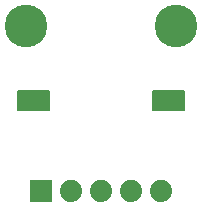
<source format=gbr>
G04 EAGLE Gerber RS-274X export*
G75*
%MOMM*%
%FSLAX34Y34*%
%LPD*%
%INSoldermask Bottom*%
%IPPOS*%
%AMOC8*
5,1,8,0,0,1.08239X$1,22.5*%
G01*
%ADD10C,3.617600*%
%ADD11R,1.879600X1.879600*%
%ADD12C,1.879600*%
%ADD13R,1.270000X1.701800*%
%ADD14R,0.736600X0.304800*%

G36*
X143628Y88916D02*
X143628Y88916D01*
X143747Y88923D01*
X143785Y88936D01*
X143826Y88941D01*
X143936Y88984D01*
X144049Y89021D01*
X144084Y89043D01*
X144121Y89058D01*
X144217Y89128D01*
X144318Y89191D01*
X144346Y89221D01*
X144379Y89244D01*
X144455Y89336D01*
X144536Y89423D01*
X144556Y89458D01*
X144581Y89489D01*
X144632Y89597D01*
X144690Y89701D01*
X144700Y89741D01*
X144717Y89777D01*
X144739Y89894D01*
X144769Y90009D01*
X144773Y90070D01*
X144777Y90090D01*
X144775Y90110D01*
X144779Y90170D01*
X144779Y105410D01*
X144764Y105528D01*
X144757Y105647D01*
X144744Y105685D01*
X144739Y105726D01*
X144696Y105836D01*
X144659Y105949D01*
X144637Y105984D01*
X144622Y106021D01*
X144553Y106117D01*
X144489Y106218D01*
X144459Y106246D01*
X144436Y106279D01*
X144344Y106355D01*
X144257Y106436D01*
X144222Y106456D01*
X144191Y106481D01*
X144083Y106532D01*
X143979Y106590D01*
X143939Y106600D01*
X143903Y106617D01*
X143786Y106639D01*
X143671Y106669D01*
X143611Y106673D01*
X143591Y106677D01*
X143570Y106675D01*
X143510Y106679D01*
X118110Y106679D01*
X117992Y106664D01*
X117873Y106657D01*
X117835Y106644D01*
X117794Y106639D01*
X117684Y106596D01*
X117571Y106559D01*
X117536Y106537D01*
X117499Y106522D01*
X117403Y106453D01*
X117302Y106389D01*
X117274Y106359D01*
X117241Y106336D01*
X117166Y106244D01*
X117084Y106157D01*
X117064Y106122D01*
X117039Y106091D01*
X116988Y105983D01*
X116930Y105879D01*
X116920Y105839D01*
X116903Y105803D01*
X116881Y105686D01*
X116851Y105571D01*
X116847Y105511D01*
X116843Y105491D01*
X116844Y105484D01*
X116843Y105482D01*
X116844Y105466D01*
X116841Y105410D01*
X116841Y90170D01*
X116856Y90052D01*
X116863Y89933D01*
X116876Y89895D01*
X116881Y89854D01*
X116924Y89744D01*
X116961Y89631D01*
X116983Y89596D01*
X116998Y89559D01*
X117068Y89463D01*
X117131Y89362D01*
X117161Y89334D01*
X117184Y89301D01*
X117276Y89226D01*
X117363Y89144D01*
X117398Y89124D01*
X117429Y89099D01*
X117537Y89048D01*
X117641Y88990D01*
X117681Y88980D01*
X117717Y88963D01*
X117834Y88941D01*
X117949Y88911D01*
X118010Y88907D01*
X118030Y88903D01*
X118050Y88905D01*
X118110Y88901D01*
X143510Y88901D01*
X143628Y88916D01*
G37*
G36*
X29328Y88916D02*
X29328Y88916D01*
X29447Y88923D01*
X29485Y88936D01*
X29526Y88941D01*
X29636Y88984D01*
X29749Y89021D01*
X29784Y89043D01*
X29821Y89058D01*
X29917Y89128D01*
X30018Y89191D01*
X30046Y89221D01*
X30079Y89244D01*
X30155Y89336D01*
X30236Y89423D01*
X30256Y89458D01*
X30281Y89489D01*
X30332Y89597D01*
X30390Y89701D01*
X30400Y89741D01*
X30417Y89777D01*
X30439Y89894D01*
X30469Y90009D01*
X30473Y90070D01*
X30477Y90090D01*
X30475Y90110D01*
X30479Y90170D01*
X30479Y105410D01*
X30464Y105528D01*
X30457Y105647D01*
X30444Y105685D01*
X30439Y105726D01*
X30396Y105836D01*
X30359Y105949D01*
X30337Y105984D01*
X30322Y106021D01*
X30253Y106117D01*
X30189Y106218D01*
X30159Y106246D01*
X30136Y106279D01*
X30044Y106355D01*
X29957Y106436D01*
X29922Y106456D01*
X29891Y106481D01*
X29783Y106532D01*
X29679Y106590D01*
X29639Y106600D01*
X29603Y106617D01*
X29486Y106639D01*
X29371Y106669D01*
X29311Y106673D01*
X29291Y106677D01*
X29270Y106675D01*
X29210Y106679D01*
X3810Y106679D01*
X3692Y106664D01*
X3573Y106657D01*
X3535Y106644D01*
X3494Y106639D01*
X3384Y106596D01*
X3271Y106559D01*
X3236Y106537D01*
X3199Y106522D01*
X3103Y106453D01*
X3002Y106389D01*
X2974Y106359D01*
X2941Y106336D01*
X2866Y106244D01*
X2784Y106157D01*
X2764Y106122D01*
X2739Y106091D01*
X2688Y105983D01*
X2630Y105879D01*
X2620Y105839D01*
X2603Y105803D01*
X2581Y105686D01*
X2551Y105571D01*
X2547Y105511D01*
X2543Y105491D01*
X2544Y105484D01*
X2543Y105482D01*
X2544Y105466D01*
X2541Y105410D01*
X2541Y90170D01*
X2556Y90052D01*
X2563Y89933D01*
X2576Y89895D01*
X2581Y89854D01*
X2624Y89744D01*
X2661Y89631D01*
X2683Y89596D01*
X2698Y89559D01*
X2768Y89463D01*
X2831Y89362D01*
X2861Y89334D01*
X2884Y89301D01*
X2976Y89226D01*
X3063Y89144D01*
X3098Y89124D01*
X3129Y89099D01*
X3237Y89048D01*
X3341Y88990D01*
X3381Y88980D01*
X3417Y88963D01*
X3534Y88941D01*
X3649Y88911D01*
X3710Y88907D01*
X3730Y88903D01*
X3750Y88905D01*
X3810Y88901D01*
X29210Y88901D01*
X29328Y88916D01*
G37*
D10*
X137160Y161290D03*
X10160Y161290D03*
D11*
X22860Y21590D03*
D12*
X48260Y21590D03*
X73660Y21590D03*
X99060Y21590D03*
X124460Y21590D03*
D13*
X8890Y97790D03*
X24130Y97790D03*
D14*
X16510Y97790D03*
D13*
X123190Y97790D03*
X138430Y97790D03*
D14*
X130810Y97790D03*
M02*

</source>
